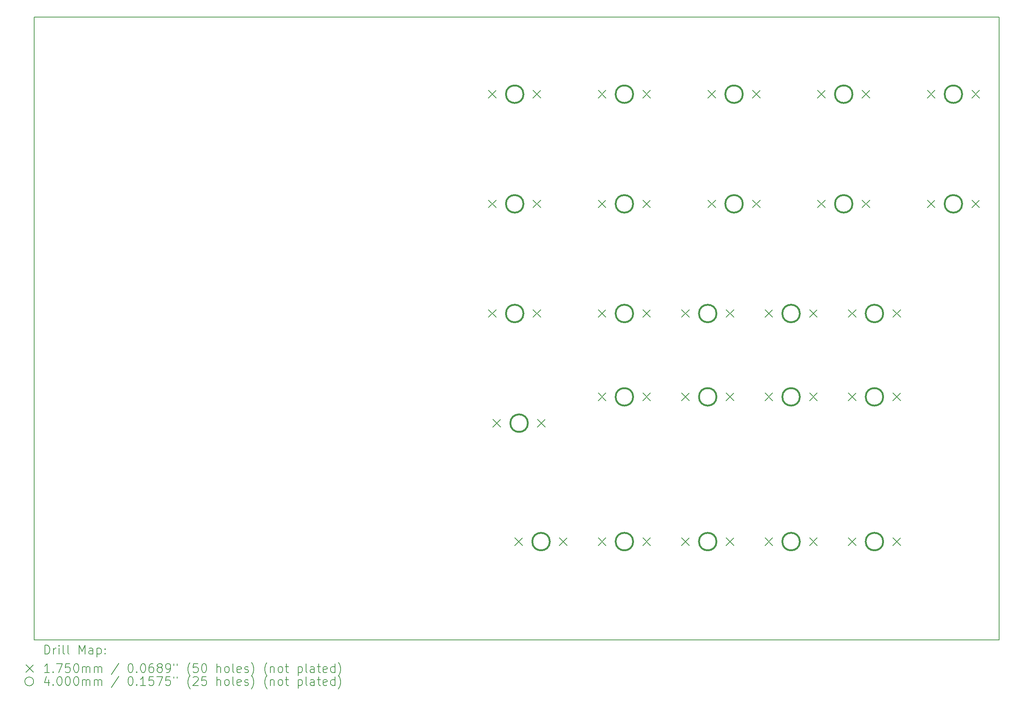
<source format=gbr>
%FSLAX45Y45*%
G04 Gerber Fmt 4.5, Leading zero omitted, Abs format (unit mm)*
G04 Created by KiCad (PCBNEW (6.0.0)) date 2023-05-12 18:24:34*
%MOMM*%
%LPD*%
G01*
G04 APERTURE LIST*
%TA.AperFunction,Profile*%
%ADD10C,0.200000*%
%TD*%
%ADD11C,0.200000*%
%ADD12C,0.175000*%
%ADD13C,0.400000*%
G04 APERTURE END LIST*
D10*
X5000000Y-2300000D02*
X27000000Y-2300000D01*
X27000000Y-2300000D02*
X27000000Y-16500000D01*
X27000000Y-16500000D02*
X5000000Y-16500000D01*
X5000000Y-16500000D02*
X5000000Y-2300000D01*
D11*
D12*
X15361500Y-3969500D02*
X15536500Y-4144500D01*
X15536500Y-3969500D02*
X15361500Y-4144500D01*
X15361500Y-6469500D02*
X15536500Y-6644500D01*
X15536500Y-6469500D02*
X15361500Y-6644500D01*
X15361500Y-8969500D02*
X15536500Y-9144500D01*
X15536500Y-8969500D02*
X15361500Y-9144500D01*
X15461500Y-11469500D02*
X15636500Y-11644500D01*
X15636500Y-11469500D02*
X15461500Y-11644500D01*
X15961500Y-14169500D02*
X16136500Y-14344500D01*
X16136500Y-14169500D02*
X15961500Y-14344500D01*
X16377500Y-3969500D02*
X16552500Y-4144500D01*
X16552500Y-3969500D02*
X16377500Y-4144500D01*
X16377500Y-6469500D02*
X16552500Y-6644500D01*
X16552500Y-6469500D02*
X16377500Y-6644500D01*
X16377500Y-8969500D02*
X16552500Y-9144500D01*
X16552500Y-8969500D02*
X16377500Y-9144500D01*
X16477500Y-11469500D02*
X16652500Y-11644500D01*
X16652500Y-11469500D02*
X16477500Y-11644500D01*
X16977500Y-14169500D02*
X17152500Y-14344500D01*
X17152500Y-14169500D02*
X16977500Y-14344500D01*
X17861500Y-3969500D02*
X18036500Y-4144500D01*
X18036500Y-3969500D02*
X17861500Y-4144500D01*
X17861500Y-6469500D02*
X18036500Y-6644500D01*
X18036500Y-6469500D02*
X17861500Y-6644500D01*
X17861500Y-8969500D02*
X18036500Y-9144500D01*
X18036500Y-8969500D02*
X17861500Y-9144500D01*
X17861500Y-10869500D02*
X18036500Y-11044500D01*
X18036500Y-10869500D02*
X17861500Y-11044500D01*
X17861500Y-14169500D02*
X18036500Y-14344500D01*
X18036500Y-14169500D02*
X17861500Y-14344500D01*
X18877500Y-3969500D02*
X19052500Y-4144500D01*
X19052500Y-3969500D02*
X18877500Y-4144500D01*
X18877500Y-6469500D02*
X19052500Y-6644500D01*
X19052500Y-6469500D02*
X18877500Y-6644500D01*
X18877500Y-8969500D02*
X19052500Y-9144500D01*
X19052500Y-8969500D02*
X18877500Y-9144500D01*
X18877500Y-10869500D02*
X19052500Y-11044500D01*
X19052500Y-10869500D02*
X18877500Y-11044500D01*
X18877500Y-14169500D02*
X19052500Y-14344500D01*
X19052500Y-14169500D02*
X18877500Y-14344500D01*
X19761500Y-8969500D02*
X19936500Y-9144500D01*
X19936500Y-8969500D02*
X19761500Y-9144500D01*
X19761500Y-10869500D02*
X19936500Y-11044500D01*
X19936500Y-10869500D02*
X19761500Y-11044500D01*
X19761500Y-14169500D02*
X19936500Y-14344500D01*
X19936500Y-14169500D02*
X19761500Y-14344500D01*
X20361500Y-3969500D02*
X20536500Y-4144500D01*
X20536500Y-3969500D02*
X20361500Y-4144500D01*
X20361500Y-6469500D02*
X20536500Y-6644500D01*
X20536500Y-6469500D02*
X20361500Y-6644500D01*
X20777500Y-8969500D02*
X20952500Y-9144500D01*
X20952500Y-8969500D02*
X20777500Y-9144500D01*
X20777500Y-10869500D02*
X20952500Y-11044500D01*
X20952500Y-10869500D02*
X20777500Y-11044500D01*
X20777500Y-14169500D02*
X20952500Y-14344500D01*
X20952500Y-14169500D02*
X20777500Y-14344500D01*
X21377500Y-3969500D02*
X21552500Y-4144500D01*
X21552500Y-3969500D02*
X21377500Y-4144500D01*
X21377500Y-6469500D02*
X21552500Y-6644500D01*
X21552500Y-6469500D02*
X21377500Y-6644500D01*
X21661500Y-8969500D02*
X21836500Y-9144500D01*
X21836500Y-8969500D02*
X21661500Y-9144500D01*
X21661500Y-10869500D02*
X21836500Y-11044500D01*
X21836500Y-10869500D02*
X21661500Y-11044500D01*
X21661500Y-14169500D02*
X21836500Y-14344500D01*
X21836500Y-14169500D02*
X21661500Y-14344500D01*
X22677500Y-8969500D02*
X22852500Y-9144500D01*
X22852500Y-8969500D02*
X22677500Y-9144500D01*
X22677500Y-10869500D02*
X22852500Y-11044500D01*
X22852500Y-10869500D02*
X22677500Y-11044500D01*
X22677500Y-14169500D02*
X22852500Y-14344500D01*
X22852500Y-14169500D02*
X22677500Y-14344500D01*
X22861500Y-3969500D02*
X23036500Y-4144500D01*
X23036500Y-3969500D02*
X22861500Y-4144500D01*
X22861500Y-6469500D02*
X23036500Y-6644500D01*
X23036500Y-6469500D02*
X22861500Y-6644500D01*
X23561500Y-8969500D02*
X23736500Y-9144500D01*
X23736500Y-8969500D02*
X23561500Y-9144500D01*
X23561500Y-10869500D02*
X23736500Y-11044500D01*
X23736500Y-10869500D02*
X23561500Y-11044500D01*
X23561500Y-14169500D02*
X23736500Y-14344500D01*
X23736500Y-14169500D02*
X23561500Y-14344500D01*
X23877500Y-3969500D02*
X24052500Y-4144500D01*
X24052500Y-3969500D02*
X23877500Y-4144500D01*
X23877500Y-6469500D02*
X24052500Y-6644500D01*
X24052500Y-6469500D02*
X23877500Y-6644500D01*
X24577500Y-8969500D02*
X24752500Y-9144500D01*
X24752500Y-8969500D02*
X24577500Y-9144500D01*
X24577500Y-10869500D02*
X24752500Y-11044500D01*
X24752500Y-10869500D02*
X24577500Y-11044500D01*
X24577500Y-14169500D02*
X24752500Y-14344500D01*
X24752500Y-14169500D02*
X24577500Y-14344500D01*
X25361500Y-3969500D02*
X25536500Y-4144500D01*
X25536500Y-3969500D02*
X25361500Y-4144500D01*
X25361500Y-6469500D02*
X25536500Y-6644500D01*
X25536500Y-6469500D02*
X25361500Y-6644500D01*
X26377500Y-3969500D02*
X26552500Y-4144500D01*
X26552500Y-3969500D02*
X26377500Y-4144500D01*
X26377500Y-6469500D02*
X26552500Y-6644500D01*
X26552500Y-6469500D02*
X26377500Y-6644500D01*
D13*
X16157000Y-4057000D02*
G75*
G03*
X16157000Y-4057000I-200000J0D01*
G01*
X16157000Y-6557000D02*
G75*
G03*
X16157000Y-6557000I-200000J0D01*
G01*
X16157000Y-9057000D02*
G75*
G03*
X16157000Y-9057000I-200000J0D01*
G01*
X16257000Y-11557000D02*
G75*
G03*
X16257000Y-11557000I-200000J0D01*
G01*
X16757000Y-14257000D02*
G75*
G03*
X16757000Y-14257000I-200000J0D01*
G01*
X18657000Y-4057000D02*
G75*
G03*
X18657000Y-4057000I-200000J0D01*
G01*
X18657000Y-6557000D02*
G75*
G03*
X18657000Y-6557000I-200000J0D01*
G01*
X18657000Y-9057000D02*
G75*
G03*
X18657000Y-9057000I-200000J0D01*
G01*
X18657000Y-10957000D02*
G75*
G03*
X18657000Y-10957000I-200000J0D01*
G01*
X18657000Y-14257000D02*
G75*
G03*
X18657000Y-14257000I-200000J0D01*
G01*
X20557000Y-9057000D02*
G75*
G03*
X20557000Y-9057000I-200000J0D01*
G01*
X20557000Y-10957000D02*
G75*
G03*
X20557000Y-10957000I-200000J0D01*
G01*
X20557000Y-14257000D02*
G75*
G03*
X20557000Y-14257000I-200000J0D01*
G01*
X21157000Y-4057000D02*
G75*
G03*
X21157000Y-4057000I-200000J0D01*
G01*
X21157000Y-6557000D02*
G75*
G03*
X21157000Y-6557000I-200000J0D01*
G01*
X22457000Y-9057000D02*
G75*
G03*
X22457000Y-9057000I-200000J0D01*
G01*
X22457000Y-10957000D02*
G75*
G03*
X22457000Y-10957000I-200000J0D01*
G01*
X22457000Y-14257000D02*
G75*
G03*
X22457000Y-14257000I-200000J0D01*
G01*
X23657000Y-4057000D02*
G75*
G03*
X23657000Y-4057000I-200000J0D01*
G01*
X23657000Y-6557000D02*
G75*
G03*
X23657000Y-6557000I-200000J0D01*
G01*
X24357000Y-9057000D02*
G75*
G03*
X24357000Y-9057000I-200000J0D01*
G01*
X24357000Y-10957000D02*
G75*
G03*
X24357000Y-10957000I-200000J0D01*
G01*
X24357000Y-14257000D02*
G75*
G03*
X24357000Y-14257000I-200000J0D01*
G01*
X26157000Y-4057000D02*
G75*
G03*
X26157000Y-4057000I-200000J0D01*
G01*
X26157000Y-6557000D02*
G75*
G03*
X26157000Y-6557000I-200000J0D01*
G01*
D11*
X5247619Y-16820476D02*
X5247619Y-16620476D01*
X5295238Y-16620476D01*
X5323810Y-16630000D01*
X5342857Y-16649048D01*
X5352381Y-16668095D01*
X5361905Y-16706190D01*
X5361905Y-16734762D01*
X5352381Y-16772857D01*
X5342857Y-16791905D01*
X5323810Y-16810952D01*
X5295238Y-16820476D01*
X5247619Y-16820476D01*
X5447619Y-16820476D02*
X5447619Y-16687143D01*
X5447619Y-16725238D02*
X5457143Y-16706190D01*
X5466667Y-16696667D01*
X5485714Y-16687143D01*
X5504762Y-16687143D01*
X5571429Y-16820476D02*
X5571429Y-16687143D01*
X5571429Y-16620476D02*
X5561905Y-16630000D01*
X5571429Y-16639524D01*
X5580952Y-16630000D01*
X5571429Y-16620476D01*
X5571429Y-16639524D01*
X5695238Y-16820476D02*
X5676190Y-16810952D01*
X5666667Y-16791905D01*
X5666667Y-16620476D01*
X5800000Y-16820476D02*
X5780952Y-16810952D01*
X5771428Y-16791905D01*
X5771428Y-16620476D01*
X6028571Y-16820476D02*
X6028571Y-16620476D01*
X6095238Y-16763333D01*
X6161905Y-16620476D01*
X6161905Y-16820476D01*
X6342857Y-16820476D02*
X6342857Y-16715714D01*
X6333333Y-16696667D01*
X6314286Y-16687143D01*
X6276190Y-16687143D01*
X6257143Y-16696667D01*
X6342857Y-16810952D02*
X6323809Y-16820476D01*
X6276190Y-16820476D01*
X6257143Y-16810952D01*
X6247619Y-16791905D01*
X6247619Y-16772857D01*
X6257143Y-16753809D01*
X6276190Y-16744286D01*
X6323809Y-16744286D01*
X6342857Y-16734762D01*
X6438095Y-16687143D02*
X6438095Y-16887143D01*
X6438095Y-16696667D02*
X6457143Y-16687143D01*
X6495238Y-16687143D01*
X6514286Y-16696667D01*
X6523809Y-16706190D01*
X6533333Y-16725238D01*
X6533333Y-16782381D01*
X6523809Y-16801429D01*
X6514286Y-16810952D01*
X6495238Y-16820476D01*
X6457143Y-16820476D01*
X6438095Y-16810952D01*
X6619048Y-16801429D02*
X6628571Y-16810952D01*
X6619048Y-16820476D01*
X6609524Y-16810952D01*
X6619048Y-16801429D01*
X6619048Y-16820476D01*
X6619048Y-16696667D02*
X6628571Y-16706190D01*
X6619048Y-16715714D01*
X6609524Y-16706190D01*
X6619048Y-16696667D01*
X6619048Y-16715714D01*
D12*
X4815000Y-17062500D02*
X4990000Y-17237500D01*
X4990000Y-17062500D02*
X4815000Y-17237500D01*
D11*
X5352381Y-17240476D02*
X5238095Y-17240476D01*
X5295238Y-17240476D02*
X5295238Y-17040476D01*
X5276190Y-17069048D01*
X5257143Y-17088095D01*
X5238095Y-17097619D01*
X5438095Y-17221429D02*
X5447619Y-17230952D01*
X5438095Y-17240476D01*
X5428571Y-17230952D01*
X5438095Y-17221429D01*
X5438095Y-17240476D01*
X5514286Y-17040476D02*
X5647619Y-17040476D01*
X5561905Y-17240476D01*
X5819048Y-17040476D02*
X5723809Y-17040476D01*
X5714286Y-17135714D01*
X5723809Y-17126190D01*
X5742857Y-17116667D01*
X5790476Y-17116667D01*
X5809524Y-17126190D01*
X5819048Y-17135714D01*
X5828571Y-17154762D01*
X5828571Y-17202381D01*
X5819048Y-17221429D01*
X5809524Y-17230952D01*
X5790476Y-17240476D01*
X5742857Y-17240476D01*
X5723809Y-17230952D01*
X5714286Y-17221429D01*
X5952381Y-17040476D02*
X5971428Y-17040476D01*
X5990476Y-17050000D01*
X6000000Y-17059524D01*
X6009524Y-17078571D01*
X6019048Y-17116667D01*
X6019048Y-17164286D01*
X6009524Y-17202381D01*
X6000000Y-17221429D01*
X5990476Y-17230952D01*
X5971428Y-17240476D01*
X5952381Y-17240476D01*
X5933333Y-17230952D01*
X5923809Y-17221429D01*
X5914286Y-17202381D01*
X5904762Y-17164286D01*
X5904762Y-17116667D01*
X5914286Y-17078571D01*
X5923809Y-17059524D01*
X5933333Y-17050000D01*
X5952381Y-17040476D01*
X6104762Y-17240476D02*
X6104762Y-17107143D01*
X6104762Y-17126190D02*
X6114286Y-17116667D01*
X6133333Y-17107143D01*
X6161905Y-17107143D01*
X6180952Y-17116667D01*
X6190476Y-17135714D01*
X6190476Y-17240476D01*
X6190476Y-17135714D02*
X6200000Y-17116667D01*
X6219048Y-17107143D01*
X6247619Y-17107143D01*
X6266667Y-17116667D01*
X6276190Y-17135714D01*
X6276190Y-17240476D01*
X6371428Y-17240476D02*
X6371428Y-17107143D01*
X6371428Y-17126190D02*
X6380952Y-17116667D01*
X6400000Y-17107143D01*
X6428571Y-17107143D01*
X6447619Y-17116667D01*
X6457143Y-17135714D01*
X6457143Y-17240476D01*
X6457143Y-17135714D02*
X6466667Y-17116667D01*
X6485714Y-17107143D01*
X6514286Y-17107143D01*
X6533333Y-17116667D01*
X6542857Y-17135714D01*
X6542857Y-17240476D01*
X6933333Y-17030952D02*
X6761905Y-17288095D01*
X7190476Y-17040476D02*
X7209524Y-17040476D01*
X7228571Y-17050000D01*
X7238095Y-17059524D01*
X7247619Y-17078571D01*
X7257143Y-17116667D01*
X7257143Y-17164286D01*
X7247619Y-17202381D01*
X7238095Y-17221429D01*
X7228571Y-17230952D01*
X7209524Y-17240476D01*
X7190476Y-17240476D01*
X7171428Y-17230952D01*
X7161905Y-17221429D01*
X7152381Y-17202381D01*
X7142857Y-17164286D01*
X7142857Y-17116667D01*
X7152381Y-17078571D01*
X7161905Y-17059524D01*
X7171428Y-17050000D01*
X7190476Y-17040476D01*
X7342857Y-17221429D02*
X7352381Y-17230952D01*
X7342857Y-17240476D01*
X7333333Y-17230952D01*
X7342857Y-17221429D01*
X7342857Y-17240476D01*
X7476190Y-17040476D02*
X7495238Y-17040476D01*
X7514286Y-17050000D01*
X7523809Y-17059524D01*
X7533333Y-17078571D01*
X7542857Y-17116667D01*
X7542857Y-17164286D01*
X7533333Y-17202381D01*
X7523809Y-17221429D01*
X7514286Y-17230952D01*
X7495238Y-17240476D01*
X7476190Y-17240476D01*
X7457143Y-17230952D01*
X7447619Y-17221429D01*
X7438095Y-17202381D01*
X7428571Y-17164286D01*
X7428571Y-17116667D01*
X7438095Y-17078571D01*
X7447619Y-17059524D01*
X7457143Y-17050000D01*
X7476190Y-17040476D01*
X7714286Y-17040476D02*
X7676190Y-17040476D01*
X7657143Y-17050000D01*
X7647619Y-17059524D01*
X7628571Y-17088095D01*
X7619048Y-17126190D01*
X7619048Y-17202381D01*
X7628571Y-17221429D01*
X7638095Y-17230952D01*
X7657143Y-17240476D01*
X7695238Y-17240476D01*
X7714286Y-17230952D01*
X7723809Y-17221429D01*
X7733333Y-17202381D01*
X7733333Y-17154762D01*
X7723809Y-17135714D01*
X7714286Y-17126190D01*
X7695238Y-17116667D01*
X7657143Y-17116667D01*
X7638095Y-17126190D01*
X7628571Y-17135714D01*
X7619048Y-17154762D01*
X7847619Y-17126190D02*
X7828571Y-17116667D01*
X7819048Y-17107143D01*
X7809524Y-17088095D01*
X7809524Y-17078571D01*
X7819048Y-17059524D01*
X7828571Y-17050000D01*
X7847619Y-17040476D01*
X7885714Y-17040476D01*
X7904762Y-17050000D01*
X7914286Y-17059524D01*
X7923809Y-17078571D01*
X7923809Y-17088095D01*
X7914286Y-17107143D01*
X7904762Y-17116667D01*
X7885714Y-17126190D01*
X7847619Y-17126190D01*
X7828571Y-17135714D01*
X7819048Y-17145238D01*
X7809524Y-17164286D01*
X7809524Y-17202381D01*
X7819048Y-17221429D01*
X7828571Y-17230952D01*
X7847619Y-17240476D01*
X7885714Y-17240476D01*
X7904762Y-17230952D01*
X7914286Y-17221429D01*
X7923809Y-17202381D01*
X7923809Y-17164286D01*
X7914286Y-17145238D01*
X7904762Y-17135714D01*
X7885714Y-17126190D01*
X8019048Y-17240476D02*
X8057143Y-17240476D01*
X8076190Y-17230952D01*
X8085714Y-17221429D01*
X8104762Y-17192857D01*
X8114286Y-17154762D01*
X8114286Y-17078571D01*
X8104762Y-17059524D01*
X8095238Y-17050000D01*
X8076190Y-17040476D01*
X8038095Y-17040476D01*
X8019048Y-17050000D01*
X8009524Y-17059524D01*
X8000000Y-17078571D01*
X8000000Y-17126190D01*
X8009524Y-17145238D01*
X8019048Y-17154762D01*
X8038095Y-17164286D01*
X8076190Y-17164286D01*
X8095238Y-17154762D01*
X8104762Y-17145238D01*
X8114286Y-17126190D01*
X8190476Y-17040476D02*
X8190476Y-17078571D01*
X8266667Y-17040476D02*
X8266667Y-17078571D01*
X8561905Y-17316667D02*
X8552381Y-17307143D01*
X8533333Y-17278571D01*
X8523810Y-17259524D01*
X8514286Y-17230952D01*
X8504762Y-17183333D01*
X8504762Y-17145238D01*
X8514286Y-17097619D01*
X8523810Y-17069048D01*
X8533333Y-17050000D01*
X8552381Y-17021429D01*
X8561905Y-17011905D01*
X8733333Y-17040476D02*
X8638095Y-17040476D01*
X8628571Y-17135714D01*
X8638095Y-17126190D01*
X8657143Y-17116667D01*
X8704762Y-17116667D01*
X8723810Y-17126190D01*
X8733333Y-17135714D01*
X8742857Y-17154762D01*
X8742857Y-17202381D01*
X8733333Y-17221429D01*
X8723810Y-17230952D01*
X8704762Y-17240476D01*
X8657143Y-17240476D01*
X8638095Y-17230952D01*
X8628571Y-17221429D01*
X8866667Y-17040476D02*
X8885714Y-17040476D01*
X8904762Y-17050000D01*
X8914286Y-17059524D01*
X8923810Y-17078571D01*
X8933333Y-17116667D01*
X8933333Y-17164286D01*
X8923810Y-17202381D01*
X8914286Y-17221429D01*
X8904762Y-17230952D01*
X8885714Y-17240476D01*
X8866667Y-17240476D01*
X8847619Y-17230952D01*
X8838095Y-17221429D01*
X8828571Y-17202381D01*
X8819048Y-17164286D01*
X8819048Y-17116667D01*
X8828571Y-17078571D01*
X8838095Y-17059524D01*
X8847619Y-17050000D01*
X8866667Y-17040476D01*
X9171429Y-17240476D02*
X9171429Y-17040476D01*
X9257143Y-17240476D02*
X9257143Y-17135714D01*
X9247619Y-17116667D01*
X9228571Y-17107143D01*
X9200000Y-17107143D01*
X9180952Y-17116667D01*
X9171429Y-17126190D01*
X9380952Y-17240476D02*
X9361905Y-17230952D01*
X9352381Y-17221429D01*
X9342857Y-17202381D01*
X9342857Y-17145238D01*
X9352381Y-17126190D01*
X9361905Y-17116667D01*
X9380952Y-17107143D01*
X9409524Y-17107143D01*
X9428571Y-17116667D01*
X9438095Y-17126190D01*
X9447619Y-17145238D01*
X9447619Y-17202381D01*
X9438095Y-17221429D01*
X9428571Y-17230952D01*
X9409524Y-17240476D01*
X9380952Y-17240476D01*
X9561905Y-17240476D02*
X9542857Y-17230952D01*
X9533333Y-17211905D01*
X9533333Y-17040476D01*
X9714286Y-17230952D02*
X9695238Y-17240476D01*
X9657143Y-17240476D01*
X9638095Y-17230952D01*
X9628571Y-17211905D01*
X9628571Y-17135714D01*
X9638095Y-17116667D01*
X9657143Y-17107143D01*
X9695238Y-17107143D01*
X9714286Y-17116667D01*
X9723810Y-17135714D01*
X9723810Y-17154762D01*
X9628571Y-17173810D01*
X9800000Y-17230952D02*
X9819048Y-17240476D01*
X9857143Y-17240476D01*
X9876190Y-17230952D01*
X9885714Y-17211905D01*
X9885714Y-17202381D01*
X9876190Y-17183333D01*
X9857143Y-17173810D01*
X9828571Y-17173810D01*
X9809524Y-17164286D01*
X9800000Y-17145238D01*
X9800000Y-17135714D01*
X9809524Y-17116667D01*
X9828571Y-17107143D01*
X9857143Y-17107143D01*
X9876190Y-17116667D01*
X9952381Y-17316667D02*
X9961905Y-17307143D01*
X9980952Y-17278571D01*
X9990476Y-17259524D01*
X10000000Y-17230952D01*
X10009524Y-17183333D01*
X10009524Y-17145238D01*
X10000000Y-17097619D01*
X9990476Y-17069048D01*
X9980952Y-17050000D01*
X9961905Y-17021429D01*
X9952381Y-17011905D01*
X10314286Y-17316667D02*
X10304762Y-17307143D01*
X10285714Y-17278571D01*
X10276190Y-17259524D01*
X10266667Y-17230952D01*
X10257143Y-17183333D01*
X10257143Y-17145238D01*
X10266667Y-17097619D01*
X10276190Y-17069048D01*
X10285714Y-17050000D01*
X10304762Y-17021429D01*
X10314286Y-17011905D01*
X10390476Y-17107143D02*
X10390476Y-17240476D01*
X10390476Y-17126190D02*
X10400000Y-17116667D01*
X10419048Y-17107143D01*
X10447619Y-17107143D01*
X10466667Y-17116667D01*
X10476190Y-17135714D01*
X10476190Y-17240476D01*
X10600000Y-17240476D02*
X10580952Y-17230952D01*
X10571429Y-17221429D01*
X10561905Y-17202381D01*
X10561905Y-17145238D01*
X10571429Y-17126190D01*
X10580952Y-17116667D01*
X10600000Y-17107143D01*
X10628571Y-17107143D01*
X10647619Y-17116667D01*
X10657143Y-17126190D01*
X10666667Y-17145238D01*
X10666667Y-17202381D01*
X10657143Y-17221429D01*
X10647619Y-17230952D01*
X10628571Y-17240476D01*
X10600000Y-17240476D01*
X10723810Y-17107143D02*
X10800000Y-17107143D01*
X10752381Y-17040476D02*
X10752381Y-17211905D01*
X10761905Y-17230952D01*
X10780952Y-17240476D01*
X10800000Y-17240476D01*
X11019048Y-17107143D02*
X11019048Y-17307143D01*
X11019048Y-17116667D02*
X11038095Y-17107143D01*
X11076190Y-17107143D01*
X11095238Y-17116667D01*
X11104762Y-17126190D01*
X11114286Y-17145238D01*
X11114286Y-17202381D01*
X11104762Y-17221429D01*
X11095238Y-17230952D01*
X11076190Y-17240476D01*
X11038095Y-17240476D01*
X11019048Y-17230952D01*
X11228571Y-17240476D02*
X11209524Y-17230952D01*
X11200000Y-17211905D01*
X11200000Y-17040476D01*
X11390476Y-17240476D02*
X11390476Y-17135714D01*
X11380952Y-17116667D01*
X11361905Y-17107143D01*
X11323809Y-17107143D01*
X11304762Y-17116667D01*
X11390476Y-17230952D02*
X11371428Y-17240476D01*
X11323809Y-17240476D01*
X11304762Y-17230952D01*
X11295238Y-17211905D01*
X11295238Y-17192857D01*
X11304762Y-17173810D01*
X11323809Y-17164286D01*
X11371428Y-17164286D01*
X11390476Y-17154762D01*
X11457143Y-17107143D02*
X11533333Y-17107143D01*
X11485714Y-17040476D02*
X11485714Y-17211905D01*
X11495238Y-17230952D01*
X11514286Y-17240476D01*
X11533333Y-17240476D01*
X11676190Y-17230952D02*
X11657143Y-17240476D01*
X11619048Y-17240476D01*
X11600000Y-17230952D01*
X11590476Y-17211905D01*
X11590476Y-17135714D01*
X11600000Y-17116667D01*
X11619048Y-17107143D01*
X11657143Y-17107143D01*
X11676190Y-17116667D01*
X11685714Y-17135714D01*
X11685714Y-17154762D01*
X11590476Y-17173810D01*
X11857143Y-17240476D02*
X11857143Y-17040476D01*
X11857143Y-17230952D02*
X11838095Y-17240476D01*
X11800000Y-17240476D01*
X11780952Y-17230952D01*
X11771428Y-17221429D01*
X11761905Y-17202381D01*
X11761905Y-17145238D01*
X11771428Y-17126190D01*
X11780952Y-17116667D01*
X11800000Y-17107143D01*
X11838095Y-17107143D01*
X11857143Y-17116667D01*
X11933333Y-17316667D02*
X11942857Y-17307143D01*
X11961905Y-17278571D01*
X11971428Y-17259524D01*
X11980952Y-17230952D01*
X11990476Y-17183333D01*
X11990476Y-17145238D01*
X11980952Y-17097619D01*
X11971428Y-17069048D01*
X11961905Y-17050000D01*
X11942857Y-17021429D01*
X11933333Y-17011905D01*
X4990000Y-17445000D02*
G75*
G03*
X4990000Y-17445000I-100000J0D01*
G01*
X5333333Y-17402143D02*
X5333333Y-17535476D01*
X5285714Y-17325952D02*
X5238095Y-17468810D01*
X5361905Y-17468810D01*
X5438095Y-17516429D02*
X5447619Y-17525952D01*
X5438095Y-17535476D01*
X5428571Y-17525952D01*
X5438095Y-17516429D01*
X5438095Y-17535476D01*
X5571429Y-17335476D02*
X5590476Y-17335476D01*
X5609524Y-17345000D01*
X5619048Y-17354524D01*
X5628571Y-17373571D01*
X5638095Y-17411667D01*
X5638095Y-17459286D01*
X5628571Y-17497381D01*
X5619048Y-17516429D01*
X5609524Y-17525952D01*
X5590476Y-17535476D01*
X5571429Y-17535476D01*
X5552381Y-17525952D01*
X5542857Y-17516429D01*
X5533333Y-17497381D01*
X5523810Y-17459286D01*
X5523810Y-17411667D01*
X5533333Y-17373571D01*
X5542857Y-17354524D01*
X5552381Y-17345000D01*
X5571429Y-17335476D01*
X5761905Y-17335476D02*
X5780952Y-17335476D01*
X5800000Y-17345000D01*
X5809524Y-17354524D01*
X5819048Y-17373571D01*
X5828571Y-17411667D01*
X5828571Y-17459286D01*
X5819048Y-17497381D01*
X5809524Y-17516429D01*
X5800000Y-17525952D01*
X5780952Y-17535476D01*
X5761905Y-17535476D01*
X5742857Y-17525952D01*
X5733333Y-17516429D01*
X5723809Y-17497381D01*
X5714286Y-17459286D01*
X5714286Y-17411667D01*
X5723809Y-17373571D01*
X5733333Y-17354524D01*
X5742857Y-17345000D01*
X5761905Y-17335476D01*
X5952381Y-17335476D02*
X5971428Y-17335476D01*
X5990476Y-17345000D01*
X6000000Y-17354524D01*
X6009524Y-17373571D01*
X6019048Y-17411667D01*
X6019048Y-17459286D01*
X6009524Y-17497381D01*
X6000000Y-17516429D01*
X5990476Y-17525952D01*
X5971428Y-17535476D01*
X5952381Y-17535476D01*
X5933333Y-17525952D01*
X5923809Y-17516429D01*
X5914286Y-17497381D01*
X5904762Y-17459286D01*
X5904762Y-17411667D01*
X5914286Y-17373571D01*
X5923809Y-17354524D01*
X5933333Y-17345000D01*
X5952381Y-17335476D01*
X6104762Y-17535476D02*
X6104762Y-17402143D01*
X6104762Y-17421190D02*
X6114286Y-17411667D01*
X6133333Y-17402143D01*
X6161905Y-17402143D01*
X6180952Y-17411667D01*
X6190476Y-17430714D01*
X6190476Y-17535476D01*
X6190476Y-17430714D02*
X6200000Y-17411667D01*
X6219048Y-17402143D01*
X6247619Y-17402143D01*
X6266667Y-17411667D01*
X6276190Y-17430714D01*
X6276190Y-17535476D01*
X6371428Y-17535476D02*
X6371428Y-17402143D01*
X6371428Y-17421190D02*
X6380952Y-17411667D01*
X6400000Y-17402143D01*
X6428571Y-17402143D01*
X6447619Y-17411667D01*
X6457143Y-17430714D01*
X6457143Y-17535476D01*
X6457143Y-17430714D02*
X6466667Y-17411667D01*
X6485714Y-17402143D01*
X6514286Y-17402143D01*
X6533333Y-17411667D01*
X6542857Y-17430714D01*
X6542857Y-17535476D01*
X6933333Y-17325952D02*
X6761905Y-17583095D01*
X7190476Y-17335476D02*
X7209524Y-17335476D01*
X7228571Y-17345000D01*
X7238095Y-17354524D01*
X7247619Y-17373571D01*
X7257143Y-17411667D01*
X7257143Y-17459286D01*
X7247619Y-17497381D01*
X7238095Y-17516429D01*
X7228571Y-17525952D01*
X7209524Y-17535476D01*
X7190476Y-17535476D01*
X7171428Y-17525952D01*
X7161905Y-17516429D01*
X7152381Y-17497381D01*
X7142857Y-17459286D01*
X7142857Y-17411667D01*
X7152381Y-17373571D01*
X7161905Y-17354524D01*
X7171428Y-17345000D01*
X7190476Y-17335476D01*
X7342857Y-17516429D02*
X7352381Y-17525952D01*
X7342857Y-17535476D01*
X7333333Y-17525952D01*
X7342857Y-17516429D01*
X7342857Y-17535476D01*
X7542857Y-17535476D02*
X7428571Y-17535476D01*
X7485714Y-17535476D02*
X7485714Y-17335476D01*
X7466667Y-17364048D01*
X7447619Y-17383095D01*
X7428571Y-17392619D01*
X7723809Y-17335476D02*
X7628571Y-17335476D01*
X7619048Y-17430714D01*
X7628571Y-17421190D01*
X7647619Y-17411667D01*
X7695238Y-17411667D01*
X7714286Y-17421190D01*
X7723809Y-17430714D01*
X7733333Y-17449762D01*
X7733333Y-17497381D01*
X7723809Y-17516429D01*
X7714286Y-17525952D01*
X7695238Y-17535476D01*
X7647619Y-17535476D01*
X7628571Y-17525952D01*
X7619048Y-17516429D01*
X7800000Y-17335476D02*
X7933333Y-17335476D01*
X7847619Y-17535476D01*
X8104762Y-17335476D02*
X8009524Y-17335476D01*
X8000000Y-17430714D01*
X8009524Y-17421190D01*
X8028571Y-17411667D01*
X8076190Y-17411667D01*
X8095238Y-17421190D01*
X8104762Y-17430714D01*
X8114286Y-17449762D01*
X8114286Y-17497381D01*
X8104762Y-17516429D01*
X8095238Y-17525952D01*
X8076190Y-17535476D01*
X8028571Y-17535476D01*
X8009524Y-17525952D01*
X8000000Y-17516429D01*
X8190476Y-17335476D02*
X8190476Y-17373571D01*
X8266667Y-17335476D02*
X8266667Y-17373571D01*
X8561905Y-17611667D02*
X8552381Y-17602143D01*
X8533333Y-17573571D01*
X8523810Y-17554524D01*
X8514286Y-17525952D01*
X8504762Y-17478333D01*
X8504762Y-17440238D01*
X8514286Y-17392619D01*
X8523810Y-17364048D01*
X8533333Y-17345000D01*
X8552381Y-17316429D01*
X8561905Y-17306905D01*
X8628571Y-17354524D02*
X8638095Y-17345000D01*
X8657143Y-17335476D01*
X8704762Y-17335476D01*
X8723810Y-17345000D01*
X8733333Y-17354524D01*
X8742857Y-17373571D01*
X8742857Y-17392619D01*
X8733333Y-17421190D01*
X8619048Y-17535476D01*
X8742857Y-17535476D01*
X8923810Y-17335476D02*
X8828571Y-17335476D01*
X8819048Y-17430714D01*
X8828571Y-17421190D01*
X8847619Y-17411667D01*
X8895238Y-17411667D01*
X8914286Y-17421190D01*
X8923810Y-17430714D01*
X8933333Y-17449762D01*
X8933333Y-17497381D01*
X8923810Y-17516429D01*
X8914286Y-17525952D01*
X8895238Y-17535476D01*
X8847619Y-17535476D01*
X8828571Y-17525952D01*
X8819048Y-17516429D01*
X9171429Y-17535476D02*
X9171429Y-17335476D01*
X9257143Y-17535476D02*
X9257143Y-17430714D01*
X9247619Y-17411667D01*
X9228571Y-17402143D01*
X9200000Y-17402143D01*
X9180952Y-17411667D01*
X9171429Y-17421190D01*
X9380952Y-17535476D02*
X9361905Y-17525952D01*
X9352381Y-17516429D01*
X9342857Y-17497381D01*
X9342857Y-17440238D01*
X9352381Y-17421190D01*
X9361905Y-17411667D01*
X9380952Y-17402143D01*
X9409524Y-17402143D01*
X9428571Y-17411667D01*
X9438095Y-17421190D01*
X9447619Y-17440238D01*
X9447619Y-17497381D01*
X9438095Y-17516429D01*
X9428571Y-17525952D01*
X9409524Y-17535476D01*
X9380952Y-17535476D01*
X9561905Y-17535476D02*
X9542857Y-17525952D01*
X9533333Y-17506905D01*
X9533333Y-17335476D01*
X9714286Y-17525952D02*
X9695238Y-17535476D01*
X9657143Y-17535476D01*
X9638095Y-17525952D01*
X9628571Y-17506905D01*
X9628571Y-17430714D01*
X9638095Y-17411667D01*
X9657143Y-17402143D01*
X9695238Y-17402143D01*
X9714286Y-17411667D01*
X9723810Y-17430714D01*
X9723810Y-17449762D01*
X9628571Y-17468810D01*
X9800000Y-17525952D02*
X9819048Y-17535476D01*
X9857143Y-17535476D01*
X9876190Y-17525952D01*
X9885714Y-17506905D01*
X9885714Y-17497381D01*
X9876190Y-17478333D01*
X9857143Y-17468810D01*
X9828571Y-17468810D01*
X9809524Y-17459286D01*
X9800000Y-17440238D01*
X9800000Y-17430714D01*
X9809524Y-17411667D01*
X9828571Y-17402143D01*
X9857143Y-17402143D01*
X9876190Y-17411667D01*
X9952381Y-17611667D02*
X9961905Y-17602143D01*
X9980952Y-17573571D01*
X9990476Y-17554524D01*
X10000000Y-17525952D01*
X10009524Y-17478333D01*
X10009524Y-17440238D01*
X10000000Y-17392619D01*
X9990476Y-17364048D01*
X9980952Y-17345000D01*
X9961905Y-17316429D01*
X9952381Y-17306905D01*
X10314286Y-17611667D02*
X10304762Y-17602143D01*
X10285714Y-17573571D01*
X10276190Y-17554524D01*
X10266667Y-17525952D01*
X10257143Y-17478333D01*
X10257143Y-17440238D01*
X10266667Y-17392619D01*
X10276190Y-17364048D01*
X10285714Y-17345000D01*
X10304762Y-17316429D01*
X10314286Y-17306905D01*
X10390476Y-17402143D02*
X10390476Y-17535476D01*
X10390476Y-17421190D02*
X10400000Y-17411667D01*
X10419048Y-17402143D01*
X10447619Y-17402143D01*
X10466667Y-17411667D01*
X10476190Y-17430714D01*
X10476190Y-17535476D01*
X10600000Y-17535476D02*
X10580952Y-17525952D01*
X10571429Y-17516429D01*
X10561905Y-17497381D01*
X10561905Y-17440238D01*
X10571429Y-17421190D01*
X10580952Y-17411667D01*
X10600000Y-17402143D01*
X10628571Y-17402143D01*
X10647619Y-17411667D01*
X10657143Y-17421190D01*
X10666667Y-17440238D01*
X10666667Y-17497381D01*
X10657143Y-17516429D01*
X10647619Y-17525952D01*
X10628571Y-17535476D01*
X10600000Y-17535476D01*
X10723810Y-17402143D02*
X10800000Y-17402143D01*
X10752381Y-17335476D02*
X10752381Y-17506905D01*
X10761905Y-17525952D01*
X10780952Y-17535476D01*
X10800000Y-17535476D01*
X11019048Y-17402143D02*
X11019048Y-17602143D01*
X11019048Y-17411667D02*
X11038095Y-17402143D01*
X11076190Y-17402143D01*
X11095238Y-17411667D01*
X11104762Y-17421190D01*
X11114286Y-17440238D01*
X11114286Y-17497381D01*
X11104762Y-17516429D01*
X11095238Y-17525952D01*
X11076190Y-17535476D01*
X11038095Y-17535476D01*
X11019048Y-17525952D01*
X11228571Y-17535476D02*
X11209524Y-17525952D01*
X11200000Y-17506905D01*
X11200000Y-17335476D01*
X11390476Y-17535476D02*
X11390476Y-17430714D01*
X11380952Y-17411667D01*
X11361905Y-17402143D01*
X11323809Y-17402143D01*
X11304762Y-17411667D01*
X11390476Y-17525952D02*
X11371428Y-17535476D01*
X11323809Y-17535476D01*
X11304762Y-17525952D01*
X11295238Y-17506905D01*
X11295238Y-17487857D01*
X11304762Y-17468810D01*
X11323809Y-17459286D01*
X11371428Y-17459286D01*
X11390476Y-17449762D01*
X11457143Y-17402143D02*
X11533333Y-17402143D01*
X11485714Y-17335476D02*
X11485714Y-17506905D01*
X11495238Y-17525952D01*
X11514286Y-17535476D01*
X11533333Y-17535476D01*
X11676190Y-17525952D02*
X11657143Y-17535476D01*
X11619048Y-17535476D01*
X11600000Y-17525952D01*
X11590476Y-17506905D01*
X11590476Y-17430714D01*
X11600000Y-17411667D01*
X11619048Y-17402143D01*
X11657143Y-17402143D01*
X11676190Y-17411667D01*
X11685714Y-17430714D01*
X11685714Y-17449762D01*
X11590476Y-17468810D01*
X11857143Y-17535476D02*
X11857143Y-17335476D01*
X11857143Y-17525952D02*
X11838095Y-17535476D01*
X11800000Y-17535476D01*
X11780952Y-17525952D01*
X11771428Y-17516429D01*
X11761905Y-17497381D01*
X11761905Y-17440238D01*
X11771428Y-17421190D01*
X11780952Y-17411667D01*
X11800000Y-17402143D01*
X11838095Y-17402143D01*
X11857143Y-17411667D01*
X11933333Y-17611667D02*
X11942857Y-17602143D01*
X11961905Y-17573571D01*
X11971428Y-17554524D01*
X11980952Y-17525952D01*
X11990476Y-17478333D01*
X11990476Y-17440238D01*
X11980952Y-17392619D01*
X11971428Y-17364048D01*
X11961905Y-17345000D01*
X11942857Y-17316429D01*
X11933333Y-17306905D01*
M02*

</source>
